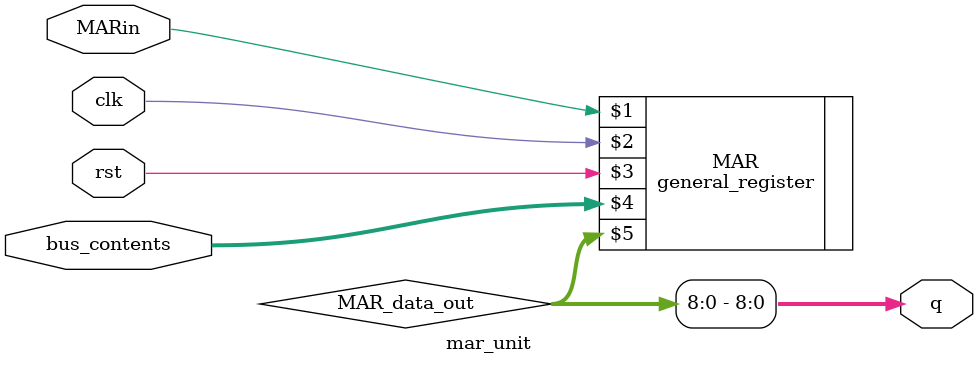
<source format=v>
module mar_unit(
	input wire MARin,	
	input wire clk, 
	input wire rst,
	input wire [31:0] bus_contents,
	output [8:0] q
);
		
	wire [31:0] MAR_data_out;
	
	general_register MAR(MARin, clk, rst, bus_contents, MAR_data_out);
	
	assign q = MAR_data_out[8:0];
	
endmodule
</source>
